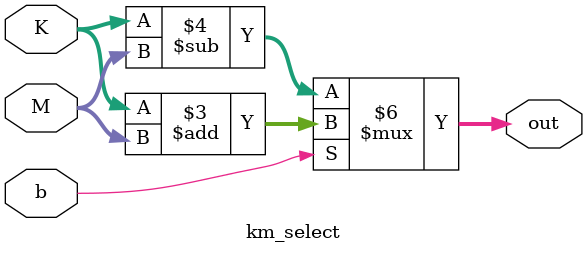
<source format=v>
`timescale 1ns / 1ps
module km_select(input b, input [12:0] K,input [12:0] M,output reg [12:0] out

    );
    always @(*) begin
    if(b==1'b1) begin
        out<=K+M;
        
    end
    else begin
        out<=K-M;
    end
    end
endmodule

</source>
